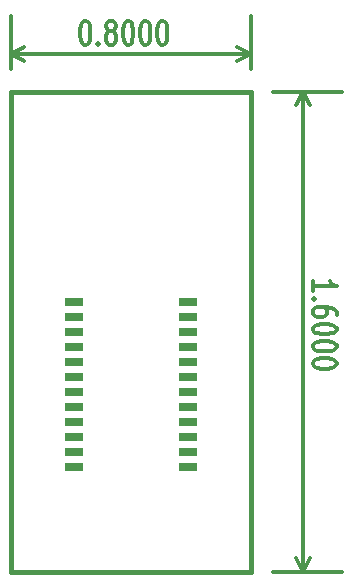
<source format=gtp>
G04 (created by PCBNEW-RS274X (2010-05-05 BZR 2356)-stable) date 12/18/10 18:55:01*
G01*
G70*
G90*
%MOIN*%
G04 Gerber Fmt 3.4, Leading zero omitted, Abs format*
%FSLAX34Y34*%
G04 APERTURE LIST*
%ADD10C,0.005000*%
%ADD11C,0.012000*%
%ADD12C,0.015000*%
%ADD13R,0.060000X0.030000*%
G04 APERTURE END LIST*
G54D10*
G54D11*
X20065Y-16658D02*
X20065Y-16315D01*
X20065Y-16487D02*
X20865Y-16487D01*
X20751Y-16430D01*
X20675Y-16372D01*
X20637Y-16315D01*
X20141Y-16915D02*
X20103Y-16943D01*
X20065Y-16915D01*
X20103Y-16886D01*
X20141Y-16915D01*
X20065Y-16915D01*
X20865Y-17458D02*
X20865Y-17344D01*
X20827Y-17287D01*
X20789Y-17258D01*
X20675Y-17201D01*
X20522Y-17172D01*
X20218Y-17172D01*
X20141Y-17201D01*
X20103Y-17229D01*
X20065Y-17287D01*
X20065Y-17401D01*
X20103Y-17458D01*
X20141Y-17487D01*
X20218Y-17515D01*
X20408Y-17515D01*
X20484Y-17487D01*
X20522Y-17458D01*
X20560Y-17401D01*
X20560Y-17287D01*
X20522Y-17229D01*
X20484Y-17201D01*
X20408Y-17172D01*
X20865Y-17886D02*
X20865Y-17943D01*
X20827Y-18000D01*
X20789Y-18029D01*
X20713Y-18058D01*
X20560Y-18086D01*
X20370Y-18086D01*
X20218Y-18058D01*
X20141Y-18029D01*
X20103Y-18000D01*
X20065Y-17943D01*
X20065Y-17886D01*
X20103Y-17829D01*
X20141Y-17800D01*
X20218Y-17772D01*
X20370Y-17743D01*
X20560Y-17743D01*
X20713Y-17772D01*
X20789Y-17800D01*
X20827Y-17829D01*
X20865Y-17886D01*
X20865Y-18457D02*
X20865Y-18514D01*
X20827Y-18571D01*
X20789Y-18600D01*
X20713Y-18629D01*
X20560Y-18657D01*
X20370Y-18657D01*
X20218Y-18629D01*
X20141Y-18600D01*
X20103Y-18571D01*
X20065Y-18514D01*
X20065Y-18457D01*
X20103Y-18400D01*
X20141Y-18371D01*
X20218Y-18343D01*
X20370Y-18314D01*
X20560Y-18314D01*
X20713Y-18343D01*
X20789Y-18371D01*
X20827Y-18400D01*
X20865Y-18457D01*
X20865Y-19028D02*
X20865Y-19085D01*
X20827Y-19142D01*
X20789Y-19171D01*
X20713Y-19200D01*
X20560Y-19228D01*
X20370Y-19228D01*
X20218Y-19200D01*
X20141Y-19171D01*
X20103Y-19142D01*
X20065Y-19085D01*
X20065Y-19028D01*
X20103Y-18971D01*
X20141Y-18942D01*
X20218Y-18914D01*
X20370Y-18885D01*
X20560Y-18885D01*
X20713Y-18914D01*
X20789Y-18942D01*
X20827Y-18971D01*
X20865Y-19028D01*
X19749Y-10000D02*
X19749Y-26000D01*
X18750Y-10000D02*
X21029Y-10000D01*
X18750Y-26000D02*
X21029Y-26000D01*
X19749Y-26000D02*
X19519Y-25557D01*
X19749Y-26000D02*
X19979Y-25557D01*
X19749Y-10000D02*
X19519Y-10443D01*
X19749Y-10000D02*
X19979Y-10443D01*
X12458Y-07635D02*
X12515Y-07635D01*
X12572Y-07673D01*
X12601Y-07711D01*
X12630Y-07787D01*
X12658Y-07940D01*
X12658Y-08130D01*
X12630Y-08282D01*
X12601Y-08359D01*
X12572Y-08397D01*
X12515Y-08435D01*
X12458Y-08435D01*
X12401Y-08397D01*
X12372Y-08359D01*
X12344Y-08282D01*
X12315Y-08130D01*
X12315Y-07940D01*
X12344Y-07787D01*
X12372Y-07711D01*
X12401Y-07673D01*
X12458Y-07635D01*
X12915Y-08359D02*
X12943Y-08397D01*
X12915Y-08435D01*
X12886Y-08397D01*
X12915Y-08359D01*
X12915Y-08435D01*
X13287Y-07978D02*
X13229Y-07940D01*
X13201Y-07901D01*
X13172Y-07825D01*
X13172Y-07787D01*
X13201Y-07711D01*
X13229Y-07673D01*
X13287Y-07635D01*
X13401Y-07635D01*
X13458Y-07673D01*
X13487Y-07711D01*
X13515Y-07787D01*
X13515Y-07825D01*
X13487Y-07901D01*
X13458Y-07940D01*
X13401Y-07978D01*
X13287Y-07978D01*
X13229Y-08016D01*
X13201Y-08054D01*
X13172Y-08130D01*
X13172Y-08282D01*
X13201Y-08359D01*
X13229Y-08397D01*
X13287Y-08435D01*
X13401Y-08435D01*
X13458Y-08397D01*
X13487Y-08359D01*
X13515Y-08282D01*
X13515Y-08130D01*
X13487Y-08054D01*
X13458Y-08016D01*
X13401Y-07978D01*
X13886Y-07635D02*
X13943Y-07635D01*
X14000Y-07673D01*
X14029Y-07711D01*
X14058Y-07787D01*
X14086Y-07940D01*
X14086Y-08130D01*
X14058Y-08282D01*
X14029Y-08359D01*
X14000Y-08397D01*
X13943Y-08435D01*
X13886Y-08435D01*
X13829Y-08397D01*
X13800Y-08359D01*
X13772Y-08282D01*
X13743Y-08130D01*
X13743Y-07940D01*
X13772Y-07787D01*
X13800Y-07711D01*
X13829Y-07673D01*
X13886Y-07635D01*
X14457Y-07635D02*
X14514Y-07635D01*
X14571Y-07673D01*
X14600Y-07711D01*
X14629Y-07787D01*
X14657Y-07940D01*
X14657Y-08130D01*
X14629Y-08282D01*
X14600Y-08359D01*
X14571Y-08397D01*
X14514Y-08435D01*
X14457Y-08435D01*
X14400Y-08397D01*
X14371Y-08359D01*
X14343Y-08282D01*
X14314Y-08130D01*
X14314Y-07940D01*
X14343Y-07787D01*
X14371Y-07711D01*
X14400Y-07673D01*
X14457Y-07635D01*
X15028Y-07635D02*
X15085Y-07635D01*
X15142Y-07673D01*
X15171Y-07711D01*
X15200Y-07787D01*
X15228Y-07940D01*
X15228Y-08130D01*
X15200Y-08282D01*
X15171Y-08359D01*
X15142Y-08397D01*
X15085Y-08435D01*
X15028Y-08435D01*
X14971Y-08397D01*
X14942Y-08359D01*
X14914Y-08282D01*
X14885Y-08130D01*
X14885Y-07940D01*
X14914Y-07787D01*
X14942Y-07711D01*
X14971Y-07673D01*
X15028Y-07635D01*
X10000Y-08751D02*
X18000Y-08751D01*
X10000Y-09250D02*
X10000Y-07471D01*
X18000Y-09250D02*
X18000Y-07471D01*
X18000Y-08751D02*
X17557Y-08981D01*
X18000Y-08751D02*
X17557Y-08521D01*
X10000Y-08751D02*
X10443Y-08981D01*
X10000Y-08751D02*
X10443Y-08521D01*
G54D12*
X10000Y-26000D02*
X10000Y-10000D01*
X18000Y-26000D02*
X10000Y-26000D01*
X18000Y-10000D02*
X18000Y-26000D01*
X10000Y-10000D02*
X18000Y-10000D01*
G54D13*
X12100Y-17000D03*
X12100Y-17500D03*
X12100Y-18000D03*
X12100Y-18500D03*
X12100Y-19000D03*
X12100Y-19500D03*
X12100Y-20000D03*
X12100Y-20500D03*
X12100Y-21000D03*
X12100Y-21500D03*
X12100Y-22000D03*
X12100Y-22500D03*
X15900Y-17000D03*
X15900Y-17500D03*
X15900Y-18000D03*
X15900Y-18500D03*
X15900Y-19000D03*
X15900Y-19500D03*
X15900Y-20000D03*
X15900Y-20500D03*
X15900Y-21000D03*
X15900Y-21500D03*
X15900Y-22000D03*
X15900Y-22500D03*
M02*

</source>
